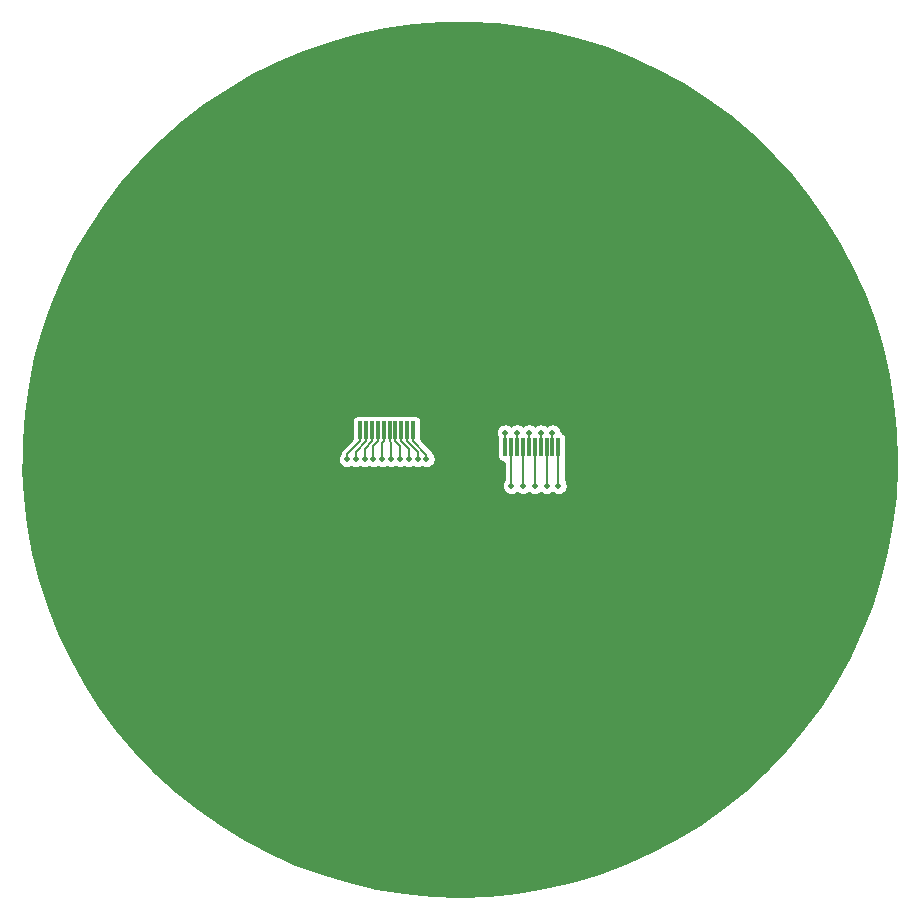
<source format=gbr>
G04 #@! TF.GenerationSoftware,KiCad,Pcbnew,(5.1.0)-1*
G04 #@! TF.CreationDate,2019-04-24T17:46:10-06:00*
G04 #@! TF.ProjectId,feedthrough_pcb,66656564-7468-4726-9f75-67685f706362,rev?*
G04 #@! TF.SameCoordinates,Original*
G04 #@! TF.FileFunction,Copper,L2,Bot*
G04 #@! TF.FilePolarity,Positive*
%FSLAX46Y46*%
G04 Gerber Fmt 4.6, Leading zero omitted, Abs format (unit mm)*
G04 Created by KiCad (PCBNEW (5.1.0)-1) date 2019-04-24 17:46:10*
%MOMM*%
%LPD*%
G04 APERTURE LIST*
%ADD10R,0.300000X1.500000*%
%ADD11C,1.000000*%
%ADD12C,1.450000*%
%ADD13C,0.504800*%
%ADD14C,0.152400*%
%ADD15C,0.254000*%
G04 APERTURE END LIST*
D10*
X102210000Y-92750000D03*
X102210000Y-96250000D03*
X101710000Y-92750000D03*
X101710000Y-96250000D03*
X101210000Y-92750000D03*
X101210000Y-96250000D03*
X100710000Y-92750000D03*
X100710000Y-96250000D03*
X100210000Y-92750000D03*
X100210000Y-96250000D03*
X99710000Y-92750000D03*
X99710000Y-96250000D03*
X99210000Y-92750000D03*
X99210000Y-96250000D03*
X98710000Y-92750000D03*
X98710000Y-96250000D03*
X98210000Y-92750000D03*
X98210000Y-96250000D03*
X97710000Y-92750000D03*
X97710000Y-96250000D03*
D11*
X95065000Y-95760000D03*
X104935000Y-95760000D03*
D12*
X96540000Y-93760000D03*
X103460000Y-93760000D03*
X103460000Y-100740000D03*
X96540000Y-100740000D03*
D11*
X104935000Y-98740000D03*
X95065000Y-98740000D03*
D10*
X89914000Y-91250000D03*
X89914000Y-94750000D03*
X89414000Y-91250000D03*
X89414000Y-94750000D03*
X88914000Y-91250000D03*
X88914000Y-94750000D03*
X88414000Y-91250000D03*
X88414000Y-94750000D03*
X87914000Y-91250000D03*
X87914000Y-94750000D03*
X87414000Y-91250000D03*
X87414000Y-94750000D03*
X86914000Y-91250000D03*
X86914000Y-94750000D03*
X86414000Y-91250000D03*
X86414000Y-94750000D03*
X85914000Y-91250000D03*
X85914000Y-94750000D03*
X85414000Y-91250000D03*
X85414000Y-94750000D03*
D11*
X82769000Y-94260000D03*
X92639000Y-94260000D03*
D12*
X84244000Y-92260000D03*
X91164000Y-92260000D03*
X91164000Y-102240000D03*
X84244000Y-102240000D03*
D11*
X92639000Y-100240000D03*
X82769000Y-100240000D03*
D13*
X88039000Y-97250000D03*
X87299000Y-97250000D03*
X88789000Y-97250000D03*
X89539000Y-97250000D03*
X90289000Y-97250000D03*
X91039000Y-97250000D03*
X86549000Y-97250000D03*
X85799000Y-97250000D03*
X85049000Y-97250000D03*
X84299000Y-97250000D03*
X102210000Y-99500000D03*
X101710000Y-95000000D03*
X101210000Y-99500000D03*
X100710000Y-95000000D03*
X100210000Y-99500000D03*
X99710000Y-95000000D03*
X99210000Y-99500000D03*
X98710000Y-95000000D03*
X98210000Y-99500000D03*
X97710000Y-95000000D03*
D14*
X102210000Y-97152400D02*
X102210000Y-99500000D01*
X102210000Y-96250000D02*
X102210000Y-97152400D01*
X101710000Y-96250000D02*
X101710000Y-95000000D01*
X101210000Y-96990000D02*
X101210000Y-99500000D01*
X101210000Y-96250000D02*
X101210000Y-96990000D01*
X100710000Y-96250000D02*
X100710000Y-95000000D01*
X100210000Y-96250000D02*
X100210000Y-99500000D01*
X99710000Y-96250000D02*
X99710000Y-95000000D01*
X99210000Y-96250000D02*
X99210000Y-99500000D01*
X98710000Y-96250000D02*
X98710000Y-95000000D01*
X98210000Y-96250000D02*
X98210000Y-99500000D01*
X97710000Y-96250000D02*
X97710000Y-95000000D01*
X89914000Y-94750000D02*
X89914000Y-95731000D01*
X91039000Y-96856000D02*
X91039000Y-97250000D01*
X89914000Y-95731000D02*
X91039000Y-96856000D01*
X89414000Y-94750000D02*
X89414000Y-95735236D01*
X90289000Y-96610236D02*
X90289000Y-97250000D01*
X89414000Y-95735236D02*
X90289000Y-96610236D01*
X89539000Y-96358618D02*
X89539000Y-97250000D01*
X88914000Y-94750000D02*
X88914000Y-95733618D01*
X88914000Y-95733618D02*
X89539000Y-96358618D01*
X88789000Y-96107000D02*
X88789000Y-97250000D01*
X88414000Y-94750000D02*
X88414000Y-95732000D01*
X88414000Y-95732000D02*
X88789000Y-96107000D01*
X87914000Y-94750000D02*
X87914000Y-95732000D01*
X88039000Y-95857000D02*
X88039000Y-97250000D01*
X87914000Y-95732000D02*
X88039000Y-95857000D01*
X87414000Y-94750000D02*
X87414000Y-95733000D01*
X87299000Y-95848000D02*
X87299000Y-97250000D01*
X87414000Y-95733000D02*
X87299000Y-95848000D01*
X86914000Y-94750000D02*
X86914000Y-95734000D01*
X86549000Y-96099000D02*
X86549000Y-97250000D01*
X86914000Y-95734000D02*
X86549000Y-96099000D01*
X86414000Y-94750000D02*
X86414000Y-95735617D01*
X85799000Y-96350617D02*
X85799000Y-97250000D01*
X86414000Y-95735617D02*
X85799000Y-96350617D01*
X85914000Y-94750000D02*
X85914000Y-95733000D01*
X85049000Y-96598000D02*
X85049000Y-97250000D01*
X85914000Y-95733000D02*
X85049000Y-96598000D01*
X85414000Y-94750000D02*
X85414000Y-95734618D01*
X84299000Y-96849618D02*
X84299000Y-97250000D01*
X85414000Y-95734618D02*
X84299000Y-96849618D01*
D15*
G36*
X97007984Y-60437034D02*
G01*
X99377032Y-60717429D01*
X101723047Y-61150120D01*
X104036249Y-61733303D01*
X106306996Y-62464546D01*
X108525820Y-63340802D01*
X110683473Y-64358417D01*
X112770960Y-65513150D01*
X114779578Y-66800186D01*
X116700953Y-68214160D01*
X118527077Y-69749177D01*
X120250337Y-71398839D01*
X121863547Y-73156268D01*
X123359985Y-75014139D01*
X124733410Y-76964705D01*
X125978099Y-78999836D01*
X127088861Y-81111048D01*
X128061066Y-83289539D01*
X128890662Y-85526228D01*
X129574191Y-87811790D01*
X130108801Y-90136698D01*
X130492266Y-92491260D01*
X130722986Y-94865660D01*
X130800000Y-97250000D01*
X130793191Y-97959307D01*
X130670418Y-100341729D01*
X130394158Y-102711262D01*
X129965562Y-105058029D01*
X129386418Y-107372245D01*
X128659139Y-109644265D01*
X127786757Y-111864615D01*
X126772909Y-114024041D01*
X125621822Y-116113540D01*
X124338294Y-118124401D01*
X122927675Y-120048242D01*
X121395847Y-121877042D01*
X119749195Y-123603178D01*
X117994584Y-125219453D01*
X116139329Y-126719131D01*
X114191162Y-128095959D01*
X112158207Y-129344197D01*
X110048937Y-130458642D01*
X107872146Y-131434649D01*
X105636909Y-132268147D01*
X103352542Y-132955663D01*
X101028571Y-133494331D01*
X98674682Y-133881905D01*
X96300688Y-134116769D01*
X93916486Y-134197944D01*
X91532016Y-134125092D01*
X89157217Y-133898516D01*
X86801989Y-133519161D01*
X84476151Y-132988609D01*
X82189399Y-132309071D01*
X79951266Y-131483380D01*
X77771081Y-130514978D01*
X75657934Y-129407902D01*
X73620634Y-128166768D01*
X71667674Y-126796749D01*
X69807194Y-125303556D01*
X68046952Y-123693415D01*
X66394285Y-121973038D01*
X64856083Y-120149596D01*
X63438757Y-118230691D01*
X62148218Y-116224322D01*
X60989844Y-114138854D01*
X59968464Y-111982981D01*
X59088337Y-109765689D01*
X58353132Y-107496222D01*
X57765913Y-105184041D01*
X57329128Y-102838785D01*
X57044598Y-100470230D01*
X56913510Y-98088252D01*
X56922293Y-97173236D01*
X83519600Y-97173236D01*
X83519600Y-97326764D01*
X83549552Y-97477343D01*
X83608305Y-97619184D01*
X83693601Y-97746838D01*
X83802162Y-97855399D01*
X83929816Y-97940695D01*
X84071657Y-97999448D01*
X84222236Y-98029400D01*
X84375764Y-98029400D01*
X84526343Y-97999448D01*
X84668184Y-97940695D01*
X84674000Y-97936809D01*
X84679816Y-97940695D01*
X84821657Y-97999448D01*
X84972236Y-98029400D01*
X85125764Y-98029400D01*
X85276343Y-97999448D01*
X85418184Y-97940695D01*
X85424000Y-97936809D01*
X85429816Y-97940695D01*
X85571657Y-97999448D01*
X85722236Y-98029400D01*
X85875764Y-98029400D01*
X86026343Y-97999448D01*
X86168184Y-97940695D01*
X86174000Y-97936809D01*
X86179816Y-97940695D01*
X86321657Y-97999448D01*
X86472236Y-98029400D01*
X86625764Y-98029400D01*
X86776343Y-97999448D01*
X86918184Y-97940695D01*
X86924000Y-97936809D01*
X86929816Y-97940695D01*
X87071657Y-97999448D01*
X87222236Y-98029400D01*
X87375764Y-98029400D01*
X87526343Y-97999448D01*
X87668184Y-97940695D01*
X87669000Y-97940150D01*
X87669816Y-97940695D01*
X87811657Y-97999448D01*
X87962236Y-98029400D01*
X88115764Y-98029400D01*
X88266343Y-97999448D01*
X88408184Y-97940695D01*
X88414000Y-97936809D01*
X88419816Y-97940695D01*
X88561657Y-97999448D01*
X88712236Y-98029400D01*
X88865764Y-98029400D01*
X89016343Y-97999448D01*
X89158184Y-97940695D01*
X89164000Y-97936809D01*
X89169816Y-97940695D01*
X89311657Y-97999448D01*
X89462236Y-98029400D01*
X89615764Y-98029400D01*
X89766343Y-97999448D01*
X89908184Y-97940695D01*
X89914000Y-97936809D01*
X89919816Y-97940695D01*
X90061657Y-97999448D01*
X90212236Y-98029400D01*
X90365764Y-98029400D01*
X90516343Y-97999448D01*
X90658184Y-97940695D01*
X90664000Y-97936809D01*
X90669816Y-97940695D01*
X90811657Y-97999448D01*
X90962236Y-98029400D01*
X91115764Y-98029400D01*
X91266343Y-97999448D01*
X91408184Y-97940695D01*
X91535838Y-97855399D01*
X91644399Y-97746838D01*
X91729695Y-97619184D01*
X91788448Y-97477343D01*
X91818400Y-97326764D01*
X91818400Y-97173236D01*
X91788448Y-97022657D01*
X91729695Y-96880816D01*
X91644399Y-96753162D01*
X91633962Y-96742725D01*
X91633472Y-96737752D01*
X91598980Y-96624049D01*
X91542969Y-96519259D01*
X91467590Y-96427410D01*
X91444576Y-96408523D01*
X90588394Y-95552342D01*
X90593549Y-95500000D01*
X90593549Y-94923236D01*
X96930600Y-94923236D01*
X96930600Y-95076764D01*
X96960552Y-95227343D01*
X97019305Y-95369184D01*
X97040248Y-95400527D01*
X97030451Y-95500000D01*
X97030451Y-97000000D01*
X97040626Y-97103310D01*
X97070761Y-97202650D01*
X97119696Y-97294202D01*
X97185552Y-97374448D01*
X97265798Y-97440304D01*
X97357350Y-97489239D01*
X97456690Y-97519374D01*
X97560000Y-97529549D01*
X97606800Y-97529549D01*
X97606801Y-99000962D01*
X97604601Y-99003162D01*
X97519305Y-99130816D01*
X97460552Y-99272657D01*
X97430600Y-99423236D01*
X97430600Y-99576764D01*
X97460552Y-99727343D01*
X97519305Y-99869184D01*
X97604601Y-99996838D01*
X97713162Y-100105399D01*
X97840816Y-100190695D01*
X97982657Y-100249448D01*
X98133236Y-100279400D01*
X98286764Y-100279400D01*
X98437343Y-100249448D01*
X98579184Y-100190695D01*
X98706838Y-100105399D01*
X98710000Y-100102237D01*
X98713162Y-100105399D01*
X98840816Y-100190695D01*
X98982657Y-100249448D01*
X99133236Y-100279400D01*
X99286764Y-100279400D01*
X99437343Y-100249448D01*
X99579184Y-100190695D01*
X99706838Y-100105399D01*
X99710000Y-100102237D01*
X99713162Y-100105399D01*
X99840816Y-100190695D01*
X99982657Y-100249448D01*
X100133236Y-100279400D01*
X100286764Y-100279400D01*
X100437343Y-100249448D01*
X100579184Y-100190695D01*
X100706838Y-100105399D01*
X100710000Y-100102237D01*
X100713162Y-100105399D01*
X100840816Y-100190695D01*
X100982657Y-100249448D01*
X101133236Y-100279400D01*
X101286764Y-100279400D01*
X101437343Y-100249448D01*
X101579184Y-100190695D01*
X101706838Y-100105399D01*
X101710000Y-100102237D01*
X101713162Y-100105399D01*
X101840816Y-100190695D01*
X101982657Y-100249448D01*
X102133236Y-100279400D01*
X102286764Y-100279400D01*
X102437343Y-100249448D01*
X102579184Y-100190695D01*
X102706838Y-100105399D01*
X102815399Y-99996838D01*
X102900695Y-99869184D01*
X102959448Y-99727343D01*
X102989400Y-99576764D01*
X102989400Y-99423236D01*
X102959448Y-99272657D01*
X102900695Y-99130816D01*
X102815399Y-99003162D01*
X102813200Y-99000963D01*
X102813200Y-97270075D01*
X102849239Y-97202650D01*
X102879374Y-97103310D01*
X102889549Y-97000000D01*
X102889549Y-95500000D01*
X102879374Y-95396690D01*
X102849239Y-95297350D01*
X102800304Y-95205798D01*
X102734448Y-95125552D01*
X102654202Y-95059696D01*
X102562650Y-95010761D01*
X102489400Y-94988540D01*
X102489400Y-94923236D01*
X102459448Y-94772657D01*
X102400695Y-94630816D01*
X102315399Y-94503162D01*
X102206838Y-94394601D01*
X102079184Y-94309305D01*
X101937343Y-94250552D01*
X101786764Y-94220600D01*
X101633236Y-94220600D01*
X101482657Y-94250552D01*
X101340816Y-94309305D01*
X101213162Y-94394601D01*
X101210000Y-94397763D01*
X101206838Y-94394601D01*
X101079184Y-94309305D01*
X100937343Y-94250552D01*
X100786764Y-94220600D01*
X100633236Y-94220600D01*
X100482657Y-94250552D01*
X100340816Y-94309305D01*
X100213162Y-94394601D01*
X100210000Y-94397763D01*
X100206838Y-94394601D01*
X100079184Y-94309305D01*
X99937343Y-94250552D01*
X99786764Y-94220600D01*
X99633236Y-94220600D01*
X99482657Y-94250552D01*
X99340816Y-94309305D01*
X99213162Y-94394601D01*
X99210000Y-94397763D01*
X99206838Y-94394601D01*
X99079184Y-94309305D01*
X98937343Y-94250552D01*
X98786764Y-94220600D01*
X98633236Y-94220600D01*
X98482657Y-94250552D01*
X98340816Y-94309305D01*
X98213162Y-94394601D01*
X98210000Y-94397763D01*
X98206838Y-94394601D01*
X98079184Y-94309305D01*
X97937343Y-94250552D01*
X97786764Y-94220600D01*
X97633236Y-94220600D01*
X97482657Y-94250552D01*
X97340816Y-94309305D01*
X97213162Y-94394601D01*
X97104601Y-94503162D01*
X97019305Y-94630816D01*
X96960552Y-94772657D01*
X96930600Y-94923236D01*
X90593549Y-94923236D01*
X90593549Y-94000000D01*
X90583374Y-93896690D01*
X90553239Y-93797350D01*
X90504304Y-93705798D01*
X90438448Y-93625552D01*
X90358202Y-93559696D01*
X90266650Y-93510761D01*
X90167310Y-93480626D01*
X90064000Y-93470451D01*
X89764000Y-93470451D01*
X89664000Y-93480300D01*
X89564000Y-93470451D01*
X89264000Y-93470451D01*
X89164000Y-93480300D01*
X89064000Y-93470451D01*
X88764000Y-93470451D01*
X88664000Y-93480300D01*
X88564000Y-93470451D01*
X88264000Y-93470451D01*
X88164000Y-93480300D01*
X88064000Y-93470451D01*
X87764000Y-93470451D01*
X87664000Y-93480300D01*
X87564000Y-93470451D01*
X87264000Y-93470451D01*
X87164000Y-93480300D01*
X87064000Y-93470451D01*
X86764000Y-93470451D01*
X86664000Y-93480300D01*
X86564000Y-93470451D01*
X86264000Y-93470451D01*
X86164000Y-93480300D01*
X86064000Y-93470451D01*
X85764000Y-93470451D01*
X85664000Y-93480300D01*
X85564000Y-93470451D01*
X85264000Y-93470451D01*
X85160690Y-93480626D01*
X85061350Y-93510761D01*
X84969798Y-93559696D01*
X84889552Y-93625552D01*
X84823696Y-93705798D01*
X84774761Y-93797350D01*
X84744626Y-93896690D01*
X84734451Y-94000000D01*
X84734451Y-95500000D01*
X84739930Y-95555635D01*
X83893431Y-96402135D01*
X83870410Y-96421028D01*
X83824586Y-96476865D01*
X83795031Y-96512877D01*
X83770951Y-96557928D01*
X83739020Y-96617668D01*
X83704528Y-96731371D01*
X83703341Y-96743422D01*
X83693601Y-96753162D01*
X83608305Y-96880816D01*
X83549552Y-97022657D01*
X83519600Y-97173236D01*
X56922293Y-97173236D01*
X56936410Y-95702778D01*
X57113202Y-93323755D01*
X57443149Y-90961099D01*
X57924876Y-88624661D01*
X58556375Y-86324179D01*
X59335013Y-84069244D01*
X60257544Y-81869257D01*
X61320123Y-79733389D01*
X62518319Y-77670543D01*
X63847138Y-75689319D01*
X65301040Y-73797977D01*
X66873964Y-72004401D01*
X68559354Y-70316067D01*
X70350182Y-68740015D01*
X72238984Y-67282814D01*
X74217885Y-65950539D01*
X76278637Y-64748745D01*
X78412647Y-63682440D01*
X80611021Y-62756070D01*
X82864593Y-61973498D01*
X85163969Y-61337985D01*
X87499564Y-60852181D01*
X89861640Y-60518110D01*
X92240351Y-60337166D01*
X94625781Y-60310103D01*
X97007984Y-60437034D01*
X97007984Y-60437034D01*
G37*
X97007984Y-60437034D02*
X99377032Y-60717429D01*
X101723047Y-61150120D01*
X104036249Y-61733303D01*
X106306996Y-62464546D01*
X108525820Y-63340802D01*
X110683473Y-64358417D01*
X112770960Y-65513150D01*
X114779578Y-66800186D01*
X116700953Y-68214160D01*
X118527077Y-69749177D01*
X120250337Y-71398839D01*
X121863547Y-73156268D01*
X123359985Y-75014139D01*
X124733410Y-76964705D01*
X125978099Y-78999836D01*
X127088861Y-81111048D01*
X128061066Y-83289539D01*
X128890662Y-85526228D01*
X129574191Y-87811790D01*
X130108801Y-90136698D01*
X130492266Y-92491260D01*
X130722986Y-94865660D01*
X130800000Y-97250000D01*
X130793191Y-97959307D01*
X130670418Y-100341729D01*
X130394158Y-102711262D01*
X129965562Y-105058029D01*
X129386418Y-107372245D01*
X128659139Y-109644265D01*
X127786757Y-111864615D01*
X126772909Y-114024041D01*
X125621822Y-116113540D01*
X124338294Y-118124401D01*
X122927675Y-120048242D01*
X121395847Y-121877042D01*
X119749195Y-123603178D01*
X117994584Y-125219453D01*
X116139329Y-126719131D01*
X114191162Y-128095959D01*
X112158207Y-129344197D01*
X110048937Y-130458642D01*
X107872146Y-131434649D01*
X105636909Y-132268147D01*
X103352542Y-132955663D01*
X101028571Y-133494331D01*
X98674682Y-133881905D01*
X96300688Y-134116769D01*
X93916486Y-134197944D01*
X91532016Y-134125092D01*
X89157217Y-133898516D01*
X86801989Y-133519161D01*
X84476151Y-132988609D01*
X82189399Y-132309071D01*
X79951266Y-131483380D01*
X77771081Y-130514978D01*
X75657934Y-129407902D01*
X73620634Y-128166768D01*
X71667674Y-126796749D01*
X69807194Y-125303556D01*
X68046952Y-123693415D01*
X66394285Y-121973038D01*
X64856083Y-120149596D01*
X63438757Y-118230691D01*
X62148218Y-116224322D01*
X60989844Y-114138854D01*
X59968464Y-111982981D01*
X59088337Y-109765689D01*
X58353132Y-107496222D01*
X57765913Y-105184041D01*
X57329128Y-102838785D01*
X57044598Y-100470230D01*
X56913510Y-98088252D01*
X56922293Y-97173236D01*
X83519600Y-97173236D01*
X83519600Y-97326764D01*
X83549552Y-97477343D01*
X83608305Y-97619184D01*
X83693601Y-97746838D01*
X83802162Y-97855399D01*
X83929816Y-97940695D01*
X84071657Y-97999448D01*
X84222236Y-98029400D01*
X84375764Y-98029400D01*
X84526343Y-97999448D01*
X84668184Y-97940695D01*
X84674000Y-97936809D01*
X84679816Y-97940695D01*
X84821657Y-97999448D01*
X84972236Y-98029400D01*
X85125764Y-98029400D01*
X85276343Y-97999448D01*
X85418184Y-97940695D01*
X85424000Y-97936809D01*
X85429816Y-97940695D01*
X85571657Y-97999448D01*
X85722236Y-98029400D01*
X85875764Y-98029400D01*
X86026343Y-97999448D01*
X86168184Y-97940695D01*
X86174000Y-97936809D01*
X86179816Y-97940695D01*
X86321657Y-97999448D01*
X86472236Y-98029400D01*
X86625764Y-98029400D01*
X86776343Y-97999448D01*
X86918184Y-97940695D01*
X86924000Y-97936809D01*
X86929816Y-97940695D01*
X87071657Y-97999448D01*
X87222236Y-98029400D01*
X87375764Y-98029400D01*
X87526343Y-97999448D01*
X87668184Y-97940695D01*
X87669000Y-97940150D01*
X87669816Y-97940695D01*
X87811657Y-97999448D01*
X87962236Y-98029400D01*
X88115764Y-98029400D01*
X88266343Y-97999448D01*
X88408184Y-97940695D01*
X88414000Y-97936809D01*
X88419816Y-97940695D01*
X88561657Y-97999448D01*
X88712236Y-98029400D01*
X88865764Y-98029400D01*
X89016343Y-97999448D01*
X89158184Y-97940695D01*
X89164000Y-97936809D01*
X89169816Y-97940695D01*
X89311657Y-97999448D01*
X89462236Y-98029400D01*
X89615764Y-98029400D01*
X89766343Y-97999448D01*
X89908184Y-97940695D01*
X89914000Y-97936809D01*
X89919816Y-97940695D01*
X90061657Y-97999448D01*
X90212236Y-98029400D01*
X90365764Y-98029400D01*
X90516343Y-97999448D01*
X90658184Y-97940695D01*
X90664000Y-97936809D01*
X90669816Y-97940695D01*
X90811657Y-97999448D01*
X90962236Y-98029400D01*
X91115764Y-98029400D01*
X91266343Y-97999448D01*
X91408184Y-97940695D01*
X91535838Y-97855399D01*
X91644399Y-97746838D01*
X91729695Y-97619184D01*
X91788448Y-97477343D01*
X91818400Y-97326764D01*
X91818400Y-97173236D01*
X91788448Y-97022657D01*
X91729695Y-96880816D01*
X91644399Y-96753162D01*
X91633962Y-96742725D01*
X91633472Y-96737752D01*
X91598980Y-96624049D01*
X91542969Y-96519259D01*
X91467590Y-96427410D01*
X91444576Y-96408523D01*
X90588394Y-95552342D01*
X90593549Y-95500000D01*
X90593549Y-94923236D01*
X96930600Y-94923236D01*
X96930600Y-95076764D01*
X96960552Y-95227343D01*
X97019305Y-95369184D01*
X97040248Y-95400527D01*
X97030451Y-95500000D01*
X97030451Y-97000000D01*
X97040626Y-97103310D01*
X97070761Y-97202650D01*
X97119696Y-97294202D01*
X97185552Y-97374448D01*
X97265798Y-97440304D01*
X97357350Y-97489239D01*
X97456690Y-97519374D01*
X97560000Y-97529549D01*
X97606800Y-97529549D01*
X97606801Y-99000962D01*
X97604601Y-99003162D01*
X97519305Y-99130816D01*
X97460552Y-99272657D01*
X97430600Y-99423236D01*
X97430600Y-99576764D01*
X97460552Y-99727343D01*
X97519305Y-99869184D01*
X97604601Y-99996838D01*
X97713162Y-100105399D01*
X97840816Y-100190695D01*
X97982657Y-100249448D01*
X98133236Y-100279400D01*
X98286764Y-100279400D01*
X98437343Y-100249448D01*
X98579184Y-100190695D01*
X98706838Y-100105399D01*
X98710000Y-100102237D01*
X98713162Y-100105399D01*
X98840816Y-100190695D01*
X98982657Y-100249448D01*
X99133236Y-100279400D01*
X99286764Y-100279400D01*
X99437343Y-100249448D01*
X99579184Y-100190695D01*
X99706838Y-100105399D01*
X99710000Y-100102237D01*
X99713162Y-100105399D01*
X99840816Y-100190695D01*
X99982657Y-100249448D01*
X100133236Y-100279400D01*
X100286764Y-100279400D01*
X100437343Y-100249448D01*
X100579184Y-100190695D01*
X100706838Y-100105399D01*
X100710000Y-100102237D01*
X100713162Y-100105399D01*
X100840816Y-100190695D01*
X100982657Y-100249448D01*
X101133236Y-100279400D01*
X101286764Y-100279400D01*
X101437343Y-100249448D01*
X101579184Y-100190695D01*
X101706838Y-100105399D01*
X101710000Y-100102237D01*
X101713162Y-100105399D01*
X101840816Y-100190695D01*
X101982657Y-100249448D01*
X102133236Y-100279400D01*
X102286764Y-100279400D01*
X102437343Y-100249448D01*
X102579184Y-100190695D01*
X102706838Y-100105399D01*
X102815399Y-99996838D01*
X102900695Y-99869184D01*
X102959448Y-99727343D01*
X102989400Y-99576764D01*
X102989400Y-99423236D01*
X102959448Y-99272657D01*
X102900695Y-99130816D01*
X102815399Y-99003162D01*
X102813200Y-99000963D01*
X102813200Y-97270075D01*
X102849239Y-97202650D01*
X102879374Y-97103310D01*
X102889549Y-97000000D01*
X102889549Y-95500000D01*
X102879374Y-95396690D01*
X102849239Y-95297350D01*
X102800304Y-95205798D01*
X102734448Y-95125552D01*
X102654202Y-95059696D01*
X102562650Y-95010761D01*
X102489400Y-94988540D01*
X102489400Y-94923236D01*
X102459448Y-94772657D01*
X102400695Y-94630816D01*
X102315399Y-94503162D01*
X102206838Y-94394601D01*
X102079184Y-94309305D01*
X101937343Y-94250552D01*
X101786764Y-94220600D01*
X101633236Y-94220600D01*
X101482657Y-94250552D01*
X101340816Y-94309305D01*
X101213162Y-94394601D01*
X101210000Y-94397763D01*
X101206838Y-94394601D01*
X101079184Y-94309305D01*
X100937343Y-94250552D01*
X100786764Y-94220600D01*
X100633236Y-94220600D01*
X100482657Y-94250552D01*
X100340816Y-94309305D01*
X100213162Y-94394601D01*
X100210000Y-94397763D01*
X100206838Y-94394601D01*
X100079184Y-94309305D01*
X99937343Y-94250552D01*
X99786764Y-94220600D01*
X99633236Y-94220600D01*
X99482657Y-94250552D01*
X99340816Y-94309305D01*
X99213162Y-94394601D01*
X99210000Y-94397763D01*
X99206838Y-94394601D01*
X99079184Y-94309305D01*
X98937343Y-94250552D01*
X98786764Y-94220600D01*
X98633236Y-94220600D01*
X98482657Y-94250552D01*
X98340816Y-94309305D01*
X98213162Y-94394601D01*
X98210000Y-94397763D01*
X98206838Y-94394601D01*
X98079184Y-94309305D01*
X97937343Y-94250552D01*
X97786764Y-94220600D01*
X97633236Y-94220600D01*
X97482657Y-94250552D01*
X97340816Y-94309305D01*
X97213162Y-94394601D01*
X97104601Y-94503162D01*
X97019305Y-94630816D01*
X96960552Y-94772657D01*
X96930600Y-94923236D01*
X90593549Y-94923236D01*
X90593549Y-94000000D01*
X90583374Y-93896690D01*
X90553239Y-93797350D01*
X90504304Y-93705798D01*
X90438448Y-93625552D01*
X90358202Y-93559696D01*
X90266650Y-93510761D01*
X90167310Y-93480626D01*
X90064000Y-93470451D01*
X89764000Y-93470451D01*
X89664000Y-93480300D01*
X89564000Y-93470451D01*
X89264000Y-93470451D01*
X89164000Y-93480300D01*
X89064000Y-93470451D01*
X88764000Y-93470451D01*
X88664000Y-93480300D01*
X88564000Y-93470451D01*
X88264000Y-93470451D01*
X88164000Y-93480300D01*
X88064000Y-93470451D01*
X87764000Y-93470451D01*
X87664000Y-93480300D01*
X87564000Y-93470451D01*
X87264000Y-93470451D01*
X87164000Y-93480300D01*
X87064000Y-93470451D01*
X86764000Y-93470451D01*
X86664000Y-93480300D01*
X86564000Y-93470451D01*
X86264000Y-93470451D01*
X86164000Y-93480300D01*
X86064000Y-93470451D01*
X85764000Y-93470451D01*
X85664000Y-93480300D01*
X85564000Y-93470451D01*
X85264000Y-93470451D01*
X85160690Y-93480626D01*
X85061350Y-93510761D01*
X84969798Y-93559696D01*
X84889552Y-93625552D01*
X84823696Y-93705798D01*
X84774761Y-93797350D01*
X84744626Y-93896690D01*
X84734451Y-94000000D01*
X84734451Y-95500000D01*
X84739930Y-95555635D01*
X83893431Y-96402135D01*
X83870410Y-96421028D01*
X83824586Y-96476865D01*
X83795031Y-96512877D01*
X83770951Y-96557928D01*
X83739020Y-96617668D01*
X83704528Y-96731371D01*
X83703341Y-96743422D01*
X83693601Y-96753162D01*
X83608305Y-96880816D01*
X83549552Y-97022657D01*
X83519600Y-97173236D01*
X56922293Y-97173236D01*
X56936410Y-95702778D01*
X57113202Y-93323755D01*
X57443149Y-90961099D01*
X57924876Y-88624661D01*
X58556375Y-86324179D01*
X59335013Y-84069244D01*
X60257544Y-81869257D01*
X61320123Y-79733389D01*
X62518319Y-77670543D01*
X63847138Y-75689319D01*
X65301040Y-73797977D01*
X66873964Y-72004401D01*
X68559354Y-70316067D01*
X70350182Y-68740015D01*
X72238984Y-67282814D01*
X74217885Y-65950539D01*
X76278637Y-64748745D01*
X78412647Y-63682440D01*
X80611021Y-62756070D01*
X82864593Y-61973498D01*
X85163969Y-61337985D01*
X87499564Y-60852181D01*
X89861640Y-60518110D01*
X92240351Y-60337166D01*
X94625781Y-60310103D01*
X97007984Y-60437034D01*
M02*

</source>
